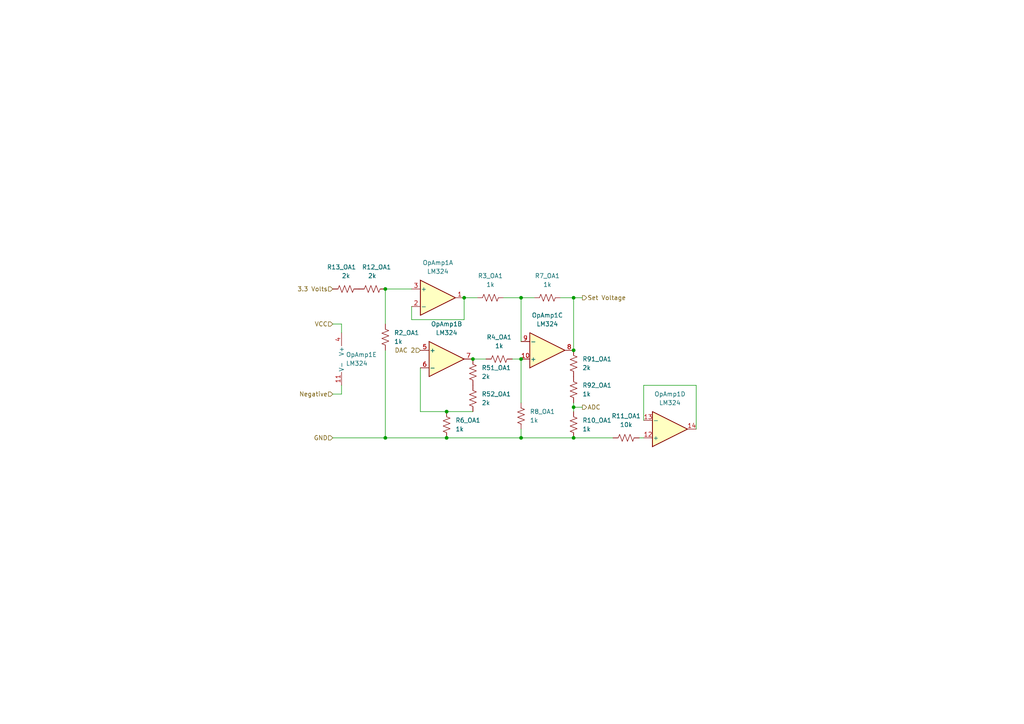
<source format=kicad_sch>
(kicad_sch (version 20211123) (generator eeschema)
  (paper "A4")
  (title_block (title "Differential Op-Amp Circuit") (date "2022-09-12") (rev "1") (company "George Mason University") (comment 1 "LT3083, this value is currently set to 2.5 volts.") (comment 2 "of a voltage difference between the input and set voltages for the") (comment 3 "based off of the 3.3 volt rail. This is done so that there is a enough") (comment 4 "This circuit subtracts a fixed voltage from the switching output"))
  (lib_symbols
    (symbol "Amplifier_Operational:LM324" (pin_names (offset 0.127))
      (property "Reference" "U" (at 0 5.08 0))
      (property "Value" "LM324" (at 0 -5.08 0))
      (symbol "LM324_1_1"
        (polyline (pts (xy -5.08 5.08) (xy 5.08 0) (xy -5.08 -5.08) (xy -5.08 5.08)) (stroke (width 0.254)) (fill (type background)))
        (pin output line (at 7.62 0 180) (length 2.54) (name "~") (number "1"))
        (pin input line (at -7.62 -2.54 0) (length 2.54) (name "-") (number "2"))
        (pin input line (at -7.62 2.54 0) (length 2.54) (name "+") (number "3"))
      )
      (symbol "LM324_2_1"
        (polyline (pts (xy -5.08 5.08) (xy 5.08 0) (xy -5.08 -5.08) (xy -5.08 5.08)) (stroke (width 0.254)) (fill (type background)))
        (pin input line (at -7.62 2.54 0) (length 2.54) (name "+") (number "5"))
        (pin input line (at -7.62 -2.54 0) (length 2.54) (name "-") (number "6"))
        (pin output line (at 7.62 0 180) (length 2.54) (name "~") (number "7"))
      )
      (symbol "LM324_3_1"
        (polyline (pts (xy -5.08 5.08) (xy 5.08 0) (xy -5.08 -5.08) (xy -5.08 5.08)) (stroke (width 0.254)) (fill (type background)))
        (pin input line (at -7.62 2.54 0) (length 2.54) (name "+") (number "10"))
        (pin output line (at 7.62 0 180) (length 2.54) (name "~") (number "8"))
        (pin input line (at -7.62 -2.54 0) (length 2.54) (name "-") (number "9"))
      )
      (symbol "LM324_4_1"
        (polyline (pts (xy -5.08 5.08) (xy 5.08 0) (xy -5.08 -5.08) (xy -5.08 5.08)) (stroke (width 0.254)) (fill (type background)))
        (pin input line (at -7.62 2.54 0) (length 2.54) (name "+") (number "12"))
        (pin input line (at -7.62 -2.54 0) (length 2.54) (name "-") (number "13"))
        (pin output line (at 7.62 0 180) (length 2.54) (name "~") (number "14"))
      )
      (symbol "LM324_5_1"
        (pin power_in line (at -2.54 -7.62 90) (length 3.81) (name "V-") (number "11"))
        (pin power_in line (at -2.54 7.62 270) (length 3.81) (name "V+") (number "4"))
      )
    )
    (symbol "Device:R_US" (pin_numbers hide) (pin_names (offset 0))
      (property "Reference" "R" (at 2.54 0 90))
      (property "Value" "R_US" (at -2.54 0 90))
      (symbol "R_US_0_1"
        (polyline (pts (xy 0 -2.286) (xy 0 -2.54)))
        (polyline (pts (xy 0 2.286) (xy 0 2.54)))
        (polyline (pts (xy 0 -0.762) (xy 1.016 -1.143) (xy 0 -1.524) (xy -1.016 -1.905) (xy 0 -2.286)))
        (polyline (pts (xy 0 0.762) (xy 1.016 0.381) (xy 0 0) (xy -1.016 -0.381) (xy 0 -0.762)))
        (polyline (pts (xy 0 2.286) (xy 1.016 1.905) (xy 0 1.524) (xy -1.016 1.143) (xy 0 0.762)))
      )
      (symbol "R_US_1_1"
        (pin passive line (at 0 3.81 270) (length 1.27) (name "~") (number "1"))
        (pin passive line (at 0 -3.81 90) (length 1.27) (name "~") (number "2"))
      )
    )
  )
  (junction (at 166.37 86.36))
  (junction (at 151.13 127))
  (junction (at 166.37 127))
  (junction (at 166.37 118.11))
  (junction (at 151.13 86.36))
  (junction (at 111.76 127))
  (junction (at 166.37 101.6))
  (junction (at 111.76 83.82))
  (junction (at 129.54 127))
  (junction (at 129.54 119.38))
  (junction (at 134.62 86.36))
  (junction (at 137.16 104.14))
  (junction (at 151.13 104.14))
  (wire (pts (xy 151.13 86.36) (xy 151.13 99.06)))
  (wire (pts (xy 151.13 116.84) (xy 151.13 104.14)))
  (wire (pts (xy 138.43 86.36) (xy 134.62 86.36)))
  (wire (pts (xy 111.76 93.98) (xy 111.76 83.82)))
  (wire (pts (xy 166.37 116.84) (xy 166.37 118.11)))
  (wire (pts (xy 166.37 127) (xy 177.8 127)))
  (wire (pts (xy 148.59 104.14) (xy 151.13 104.14)))
  (wire (pts (xy 201.93 111.76) (xy 186.69 111.76)))
  (wire (pts (xy 166.37 86.36) (xy 168.91 86.36)))
  (wire (pts (xy 151.13 86.36) (xy 154.94 86.36)))
  (wire (pts (xy 166.37 86.36) (xy 166.37 101.6)))
  (wire (pts (xy 166.37 118.11) (xy 168.91 118.11)))
  (wire (pts (xy 96.52 93.98) (xy 99.06 93.98)))
  (wire (pts (xy 134.62 86.36) (xy 134.62 92.71)))
  (wire (pts (xy 99.06 93.98) (xy 99.06 96.52)))
  (wire (pts (xy 162.56 86.36) (xy 166.37 86.36)))
  (wire (pts (xy 99.06 114.3) (xy 96.52 114.3)))
  (wire (pts (xy 111.76 101.6) (xy 111.76 127)))
  (wire (pts (xy 137.16 119.38) (xy 129.54 119.38)))
  (wire (pts (xy 96.52 127) (xy 111.76 127)))
  (wire (pts (xy 121.92 119.38) (xy 121.92 106.68)))
  (wire (pts (xy 146.05 86.36) (xy 151.13 86.36)))
  (wire (pts (xy 111.76 83.82) (xy 119.38 83.82)))
  (wire (pts (xy 99.06 111.76) (xy 99.06 114.3)))
  (wire (pts (xy 119.38 92.71) (xy 119.38 88.9)))
  (wire (pts (xy 166.37 118.11) (xy 166.37 119.38)))
  (wire (pts (xy 129.54 119.38) (xy 121.92 119.38)))
  (wire (pts (xy 151.13 127) (xy 166.37 127)))
  (wire (pts (xy 151.13 124.46) (xy 151.13 127)))
  (wire (pts (xy 134.62 92.71) (xy 119.38 92.71)))
  (wire (pts (xy 111.76 127) (xy 129.54 127)))
  (wire (pts (xy 201.93 124.46) (xy 201.93 111.76)))
  (wire (pts (xy 185.42 127) (xy 186.69 127)))
  (wire (pts (xy 140.97 104.14) (xy 137.16 104.14)))
  (wire (pts (xy 186.69 111.76) (xy 186.69 121.92)))
  (wire (pts (xy 129.54 127) (xy 151.13 127)))
  (hierarchical_label "3.3 Volts" (shape input) (at 96.52 83.82 180))
  (hierarchical_label "Negative" (shape input) (at 96.52 114.3 180))
  (hierarchical_label "VCC" (shape input) (at 96.52 93.98 180))
  (hierarchical_label "Set Voltage" (shape output) (at 168.91 86.36 0))
  (hierarchical_label "DAC 2" (shape input) (at 121.92 101.6 180))
  (hierarchical_label "GND" (shape input) (at 96.52 127 180))
  (hierarchical_label "ADC" (shape output) (at 168.91 118.11 0))
  (symbol (lib_id "Device:R_US") (at 166.37 105.41 0) (unit 1)
    (property "Reference" "R91_OA1" (at 168.91 104.1399 0) (effects (justify left)))
    (property "Value" "2k" (at 168.91 106.6799 0) (effects (justify left)))
    (property "Footprint" "Resistor_SMD:R_0603_1608Metric" (effects hide))
  )
  (symbol (lib_id "Device:R_US") (at 166.37 113.03 0) (unit 1)
    (property "Reference" "R92_OA1" (at 168.91 111.7599 0) (effects (justify left)))
    (property "Value" "1k" (at 168.91 114.2999 0) (effects (justify left)))
    (property "Footprint" "Resistor_SMD:R_0603_1608Metric" (effects hide))
  )
  (symbol (lib_id "Amplifier_Operational:LM324") (at 101.6 104.14 0) (unit 5)
    (property "Reference" "OpAmp1" (at 100.33 102.8699 0) (effects (justify left)))
    (property "Value" "LM324" (at 100.33 105.4099 0) (effects (justify left)))
    (property "Footprint" "Package_SO:SOIC-14_3.9x8.7mm_P1.27mm" (effects hide))
    (property "Datasheet" "http://www.ti.com/lit/ds/symlink/lm2902-n.pdf" (effects hide))
  )
  (symbol (lib_id "Device:R_US") (at 142.24 86.36 90) (unit 1)
    (property "Reference" "R3_OA1" (at 142.24 80.01 90))
    (property "Value" "1k" (at 142.24 82.55 90))
    (property "Footprint" "Resistor_SMD:R_0603_1608Metric" (effects hide))
  )
  (symbol (lib_id "Device:R_US") (at 137.16 115.57 0) (unit 1)
    (property "Reference" "R52_OA1" (at 139.7 114.2999 0) (effects (justify left)))
    (property "Value" "2k" (at 139.7 116.8399 0) (effects (justify left)))
    (property "Footprint" "Resistor_SMD:R_0603_1608Metric" (effects hide))
  )
  (symbol (lib_id "Device:R_US") (at 107.95 83.82 90) (unit 1)
    (property "Reference" "R12_OA1" (at 109.22 77.47 90))
    (property "Value" "2k" (at 107.95 80.01 90))
    (property "Footprint" "Resistor_SMD:R_0603_1608Metric" (effects hide))
  )
  (symbol (lib_id "Device:R_US") (at 111.76 97.79 0) (unit 1)
    (property "Reference" "R2_OA1" (at 114.3 96.5199 0) (effects (justify left)))
    (property "Value" "1k" (at 114.3 99.0599 0) (effects (justify left)))
    (property "Footprint" "Resistor_SMD:R_0603_1608Metric" (effects hide))
  )
  (symbol (lib_id "Device:R_US") (at 129.54 123.19 0) (unit 1)
    (property "Reference" "R6_OA1" (at 132.08 121.9199 0) (effects (justify left)))
    (property "Value" "1k" (at 132.08 124.4599 0) (effects (justify left)))
    (property "Footprint" "Resistor_SMD:R_0603_1608Metric" (effects hide))
  )
  (symbol (lib_id "Device:R_US") (at 144.78 104.14 90) (unit 1)
    (property "Reference" "R4_OA1" (at 144.78 97.79 90))
    (property "Value" "1k" (at 144.78 100.33 90))
    (property "Footprint" "Resistor_SMD:R_0603_1608Metric" (effects hide))
  )
  (symbol (lib_id "Device:R_US") (at 181.61 127 90) (unit 1)
    (property "Reference" "R11_OA1" (at 181.61 120.65 90))
    (property "Value" "10k" (at 181.61 123.19 90))
    (property "Footprint" "Resistor_SMD:R_0603_1608Metric" (effects hide))
  )
  (symbol (lib_id "Amplifier_Operational:LM324") (at 129.54 104.14 0) (unit 2)
    (property "Reference" "OpAmp1" (at 129.54 93.98 0))
    (property "Value" "LM324" (at 129.54 96.52 0))
    (property "Footprint" "Package_SO:SOIC-14_3.9x8.7mm_P1.27mm" (effects hide))
    (property "Datasheet" "http://www.ti.com/lit/ds/symlink/lm2902-n.pdf" (effects hide))
  )
  (symbol (lib_id "Amplifier_Operational:LM324") (at 127 86.36 0) (unit 1)
    (property "Reference" "OpAmp1" (at 127 76.2 0))
    (property "Value" "LM324" (at 127 78.74 0))
    (property "Footprint" "Package_SO:SOIC-14_3.9x8.7mm_P1.27mm" (effects hide))
    (property "Datasheet" "http://www.ti.com/lit/ds/symlink/lm2902-n.pdf" (effects hide))
  )
  (symbol (lib_id "Device:R_US") (at 166.37 123.19 0) (unit 1)
    (property "Reference" "R10_OA1" (at 168.91 121.92 0) (effects (justify left)))
    (property "Value" "1k" (at 168.91 124.4599 0) (effects (justify left)))
    (property "Footprint" "Resistor_SMD:R_0603_1608Metric" (effects hide))
  )
  (symbol (lib_id "Device:R_US") (at 158.75 86.36 90) (unit 1)
    (property "Reference" "R7_OA1" (at 158.75 80.01 90))
    (property "Value" "1k" (at 158.75 82.55 90))
    (property "Footprint" "Resistor_SMD:R_0603_1608Metric" (effects hide))
  )
  (symbol (lib_id "Amplifier_Operational:LM324") (at 194.31 124.46 0) (mirror x) (unit 4)
    (property "Reference" "OpAmp1" (at 194.31 114.3 0))
    (property "Value" "LM324" (at 194.31 116.84 0))
    (property "Footprint" "Package_SO:SOIC-14_3.9x8.7mm_P1.27mm" (effects hide))
    (property "Datasheet" "http://www.ti.com/lit/ds/symlink/lm2902-n.pdf" (effects hide))
  )
  (symbol (lib_id "Device:R_US") (at 151.13 120.65 0) (unit 1)
    (property "Reference" "R8_OA1" (at 153.67 119.3799 0) (effects (justify left)))
    (property "Value" "1k" (at 153.67 121.9199 0) (effects (justify left)))
    (property "Footprint" "Resistor_SMD:R_0603_1608Metric" (effects hide))
  )
  (symbol (lib_id "Device:R_US") (at 137.16 107.95 0) (unit 1)
    (property "Reference" "R51_OA1" (at 139.7 106.6799 0) (effects (justify left)))
    (property "Value" "2k" (at 139.7 109.2199 0) (effects (justify left)))
    (property "Footprint" "Resistor_SMD:R_0603_1608Metric" (effects hide))
  )
  (symbol (lib_id "Device:R_US") (at 100.33 83.82 90) (unit 1)
    (property "Reference" "R13_OA1" (at 99.06 77.47 90))
    (property "Value" "2k" (at 100.33 80.01 90))
    (property "Footprint" "Resistor_SMD:R_0603_1608Metric" (effects hide))
  )
  (symbol (lib_id "Amplifier_Operational:LM324") (at 158.75 101.6 0) (mirror x) (unit 3)
    (property "Reference" "OpAmp1" (at 158.75 91.44 0))
    (property "Value" "LM324" (at 158.75 93.98 0))
    (property "Footprint" "Package_SO:SOIC-14_3.9x8.7mm_P1.27mm" (effects hide))
    (property "Datasheet" "http://www.ti.com/lit/ds/symlink/lm2902-n.pdf" (effects hide))
  )
)
</source>
